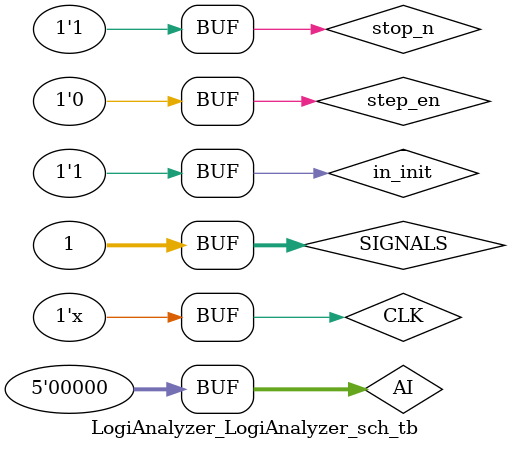
<source format=v>
`timescale 1ns / 1ps

module LogiAnalyzer_LogiAnalyzer_sch_tb();

// Inputs
reg CLK;
reg [31:0] SIGNALS;
reg step_en;
reg in_init;
reg stop_n;
reg [4:0] AI;

// Outputs
wire [7:0] STATUS_OUT;
wire [31:0] RAM_OUT;

// Instantiate the UUT
LogiAnalyzer UUT (
    .CLK(CLK), 
    .STATUS_OUT(STATUS_OUT), 
    .SIGNALS(SIGNALS), 
    .RAM_OUT(RAM_OUT), 
    .step_en(step_en), 
    .in_init(in_init), 
    .stop_n(stop_n), 
    .AI(AI)
);

// Clock generation
initial CLK = 1;
always begin
	#50 CLK = ~CLK; // 50 MHz clock, period = 20 ns
end

// Test stimulus
initial begin
    // Initialize inputs
    SIGNALS = 32'b1;
    step_en = 0;
    in_init = 1;
    stop_n = 1; // Active low signal
    AI = 5'h0;

    // Apply input sequences based on waveform
    // Time 0 us
    #101 step_en = 1;
	 #100 in_init = 0;
	 step_en = 0;
	 #500 stop_n = 0;
	 #300 stop_n = 1;
	 #500 in_init = 1;

   #100;
end

endmodule

</source>
